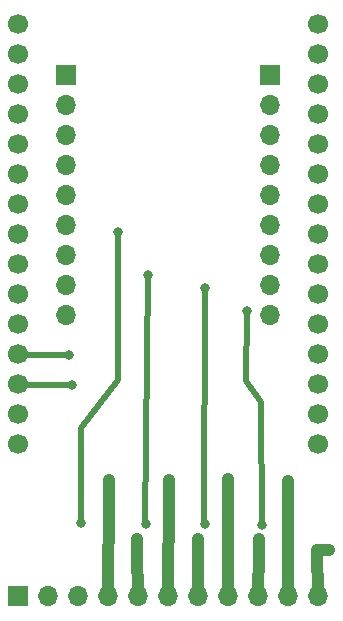
<source format=gbr>
G04 #@! TF.GenerationSoftware,KiCad,Pcbnew,(5.0.0)*
G04 #@! TF.CreationDate,2019-09-03T16:24:45-07:00*
G04 #@! TF.ProjectId,Sequence Controller,53657175656E636520436F6E74726F6C,rev?*
G04 #@! TF.SameCoordinates,Original*
G04 #@! TF.FileFunction,Copper,L2,Bot,Signal*
G04 #@! TF.FilePolarity,Positive*
%FSLAX46Y46*%
G04 Gerber Fmt 4.6, Leading zero omitted, Abs format (unit mm)*
G04 Created by KiCad (PCBNEW (5.0.0)) date 09/03/19 16:24:45*
%MOMM*%
%LPD*%
G01*
G04 APERTURE LIST*
G04 #@! TA.AperFunction,ComponentPad*
%ADD10C,1.700000*%
G04 #@! TD*
G04 #@! TA.AperFunction,ComponentPad*
%ADD11O,1.700000X1.700000*%
G04 #@! TD*
G04 #@! TA.AperFunction,ComponentPad*
%ADD12R,1.700000X1.700000*%
G04 #@! TD*
G04 #@! TA.AperFunction,ViaPad*
%ADD13C,0.800000*%
G04 #@! TD*
G04 #@! TA.AperFunction,Conductor*
%ADD14C,0.500000*%
G04 #@! TD*
G04 #@! TA.AperFunction,Conductor*
%ADD15C,1.000000*%
G04 #@! TD*
G04 APERTURE END LIST*
D10*
G04 #@! TO.P,U1,1*
G04 #@! TO.N,Net-(U1-Pad1)*
X112776000Y-75565000D03*
G04 #@! TO.P,U1,2*
G04 #@! TO.N,Net-(U1-Pad2)*
X112776000Y-78105000D03*
G04 #@! TO.P,U1,3*
G04 #@! TO.N,Net-(U1-Pad3)*
X112776000Y-80645000D03*
G04 #@! TO.P,U1,4*
G04 #@! TO.N,Net-(U1-Pad4)*
X112776000Y-83185000D03*
G04 #@! TO.P,U1,5*
G04 #@! TO.N,Net-(U1-Pad5)*
X112776000Y-85725000D03*
G04 #@! TO.P,U1,6*
G04 #@! TO.N,Net-(ExtOut1-Pad3)*
X112776000Y-88265000D03*
G04 #@! TO.P,U1,7*
G04 #@! TO.N,Net-(ExtOut1-Pad4)*
X112776000Y-90805000D03*
G04 #@! TO.P,U1,8*
G04 #@! TO.N,Net-(ExtOut1-Pad5)*
X112776000Y-93345000D03*
G04 #@! TO.P,U1,9*
G04 #@! TO.N,Net-(ExtOut1-Pad6)*
X112776000Y-95885000D03*
G04 #@! TO.P,U1,10*
G04 #@! TO.N,Net-(ExtOut1-Pad7)*
X112776000Y-98425000D03*
G04 #@! TO.P,U1,11*
G04 #@! TO.N,Net-(ExtOut1-Pad8)*
X112776000Y-100965000D03*
G04 #@! TO.P,U1,12*
G04 #@! TO.N,Net-(ExtOut1-Pad2)*
X112776000Y-103505000D03*
G04 #@! TO.P,U1,13*
G04 #@! TO.N,Net-(ExtOut1-Pad1)*
X112776000Y-106045000D03*
G04 #@! TO.P,U1,14*
G04 #@! TO.N,/GND*
X112776000Y-108585000D03*
G04 #@! TO.P,U1,15*
G04 #@! TO.N,Net-(J1-Pad1)*
X112776000Y-111125000D03*
G04 #@! TO.P,U1,16*
G04 #@! TO.N,Net-(U1-Pad16)*
X138176000Y-111125000D03*
G04 #@! TO.P,U1,17*
G04 #@! TO.N,/GND*
X138176000Y-108585000D03*
G04 #@! TO.P,U1,18*
G04 #@! TO.N,Net-(U1-Pad18)*
X138176000Y-106045000D03*
G04 #@! TO.P,U1,19*
G04 #@! TO.N,Net-(ExtIn1-Pad8)*
X138176000Y-103505000D03*
G04 #@! TO.P,U1,20*
G04 #@! TO.N,Net-(ExtIn1-Pad7)*
X138176000Y-100965000D03*
G04 #@! TO.P,U1,21*
G04 #@! TO.N,Net-(U1-Pad21)*
X138176000Y-98425000D03*
G04 #@! TO.P,U1,22*
G04 #@! TO.N,Net-(U1-Pad22)*
X138176000Y-95885000D03*
G04 #@! TO.P,U1,23*
G04 #@! TO.N,Net-(ExtIn1-Pad6)*
X138176000Y-93345000D03*
G04 #@! TO.P,U1,24*
G04 #@! TO.N,Net-(ExtIn1-Pad5)*
X138176000Y-90805000D03*
G04 #@! TO.P,U1,25*
G04 #@! TO.N,Net-(ExtIn1-Pad4)*
X138176000Y-88265000D03*
G04 #@! TO.P,U1,26*
G04 #@! TO.N,Net-(ExtIn1-Pad3)*
X138176000Y-85725000D03*
G04 #@! TO.P,U1,27*
G04 #@! TO.N,Net-(U1-Pad27)*
X138176000Y-83185000D03*
G04 #@! TO.P,U1,28*
G04 #@! TO.N,Net-(U1-Pad28)*
X138176000Y-80645000D03*
G04 #@! TO.P,U1,29*
G04 #@! TO.N,Net-(ExtIn1-Pad2)*
X138176000Y-78105000D03*
G04 #@! TO.P,U1,30*
G04 #@! TO.N,Net-(ExtIn1-Pad1)*
X138176000Y-75565000D03*
G04 #@! TD*
D11*
G04 #@! TO.P,ExtIn1,9*
G04 #@! TO.N,/GND*
X134112000Y-100140000D03*
G04 #@! TO.P,ExtIn1,8*
G04 #@! TO.N,Net-(ExtIn1-Pad8)*
X134112000Y-97600000D03*
G04 #@! TO.P,ExtIn1,7*
G04 #@! TO.N,Net-(ExtIn1-Pad7)*
X134112000Y-95060000D03*
G04 #@! TO.P,ExtIn1,6*
G04 #@! TO.N,Net-(ExtIn1-Pad6)*
X134112000Y-92520000D03*
G04 #@! TO.P,ExtIn1,5*
G04 #@! TO.N,Net-(ExtIn1-Pad5)*
X134112000Y-89980000D03*
G04 #@! TO.P,ExtIn1,4*
G04 #@! TO.N,Net-(ExtIn1-Pad4)*
X134112000Y-87440000D03*
G04 #@! TO.P,ExtIn1,3*
G04 #@! TO.N,Net-(ExtIn1-Pad3)*
X134112000Y-84900000D03*
G04 #@! TO.P,ExtIn1,2*
G04 #@! TO.N,Net-(ExtIn1-Pad2)*
X134112000Y-82360000D03*
D12*
G04 #@! TO.P,ExtIn1,1*
G04 #@! TO.N,Net-(ExtIn1-Pad1)*
X134112000Y-79820000D03*
G04 #@! TD*
G04 #@! TO.P,ExtOut1,1*
G04 #@! TO.N,Net-(ExtOut1-Pad1)*
X116820000Y-79820000D03*
D11*
G04 #@! TO.P,ExtOut1,2*
G04 #@! TO.N,Net-(ExtOut1-Pad2)*
X116820000Y-82360000D03*
G04 #@! TO.P,ExtOut1,3*
G04 #@! TO.N,Net-(ExtOut1-Pad3)*
X116820000Y-84900000D03*
G04 #@! TO.P,ExtOut1,4*
G04 #@! TO.N,Net-(ExtOut1-Pad4)*
X116820000Y-87440000D03*
G04 #@! TO.P,ExtOut1,5*
G04 #@! TO.N,Net-(ExtOut1-Pad5)*
X116820000Y-89980000D03*
G04 #@! TO.P,ExtOut1,6*
G04 #@! TO.N,Net-(ExtOut1-Pad6)*
X116820000Y-92520000D03*
G04 #@! TO.P,ExtOut1,7*
G04 #@! TO.N,Net-(ExtOut1-Pad7)*
X116820000Y-95060000D03*
G04 #@! TO.P,ExtOut1,8*
G04 #@! TO.N,Net-(ExtOut1-Pad8)*
X116820000Y-97600000D03*
G04 #@! TO.P,ExtOut1,9*
G04 #@! TO.N,/GND*
X116820000Y-100140000D03*
G04 #@! TD*
G04 #@! TO.P,J1,11*
G04 #@! TO.N,Net-(J1-Pad11)*
X138158220Y-123967240D03*
G04 #@! TO.P,J1,10*
G04 #@! TO.N,Net-(J1-Pad10)*
X135618220Y-123967240D03*
G04 #@! TO.P,J1,9*
G04 #@! TO.N,Net-(J1-Pad9)*
X133078220Y-123967240D03*
G04 #@! TO.P,J1,8*
G04 #@! TO.N,Net-(J1-Pad8)*
X130538220Y-123967240D03*
G04 #@! TO.P,J1,7*
G04 #@! TO.N,Net-(J1-Pad7)*
X127998220Y-123967240D03*
G04 #@! TO.P,J1,6*
G04 #@! TO.N,Net-(J1-Pad6)*
X125458220Y-123967240D03*
G04 #@! TO.P,J1,5*
G04 #@! TO.N,Net-(J1-Pad5)*
X122918220Y-123967240D03*
G04 #@! TO.P,J1,4*
G04 #@! TO.N,Net-(J1-Pad4)*
X120378220Y-123967240D03*
G04 #@! TO.P,J1,3*
G04 #@! TO.N,/GND*
X117838220Y-123967240D03*
G04 #@! TO.P,J1,2*
X115298220Y-123967240D03*
D12*
G04 #@! TO.P,J1,1*
G04 #@! TO.N,Net-(J1-Pad1)*
X112758220Y-123967240D03*
G04 #@! TD*
D13*
G04 #@! TO.N,Net-(ExtIn1-Pad8)*
X133357620Y-117955060D03*
X132102860Y-99783900D03*
G04 #@! TO.N,Net-(ExtIn1-Pad6)*
X128534160Y-117878860D03*
X128562100Y-97914460D03*
G04 #@! TO.N,Net-(ExtIn1-Pad4)*
X123750000Y-96750000D03*
X123537980Y-117822980D03*
G04 #@! TO.N,Net-(ExtIn1-Pad2)*
X118099840Y-117764560D03*
X121241820Y-93174820D03*
G04 #@! TO.N,Net-(ExtOut1-Pad1)*
X117330000Y-106060000D03*
G04 #@! TO.N,Net-(ExtOut1-Pad2)*
X117050000Y-103540000D03*
G04 #@! TO.N,Net-(J1-Pad4)*
X120436640Y-114137440D03*
X120436640Y-115171220D03*
G04 #@! TO.N,Net-(J1-Pad5)*
X122829320Y-119105680D03*
X122829320Y-120139460D03*
G04 #@! TO.N,Net-(J1-Pad6)*
X125541400Y-115104520D03*
X125564900Y-114142520D03*
G04 #@! TO.N,Net-(J1-Pad7)*
X127960120Y-119105680D03*
X127977900Y-120157240D03*
G04 #@! TO.N,Net-(J1-Pad8)*
X130525520Y-114061240D03*
X130505200Y-115115340D03*
G04 #@! TO.N,Net-(J1-Pad11)*
X138066780Y-120063260D03*
X139062460Y-120063260D03*
G04 #@! TO.N,Net-(J1-Pad10)*
X135577580Y-115326160D03*
X135595360Y-114180620D03*
G04 #@! TO.N,Net-(J1-Pad9)*
X133126480Y-119143780D03*
X133126480Y-120119140D03*
G04 #@! TD*
D14*
G04 #@! TO.N,Net-(ExtIn1-Pad8)*
X133352540Y-107518200D02*
X133357620Y-117955060D01*
X132069840Y-105791000D02*
X133352540Y-107518200D01*
X132102860Y-99783900D02*
X132069840Y-105791000D01*
G04 #@! TO.N,Net-(ExtIn1-Pad6)*
X128513840Y-117894100D02*
X128562100Y-97914460D01*
G04 #@! TO.N,Net-(ExtIn1-Pad4)*
X123517660Y-117817900D02*
X123750000Y-96750000D01*
G04 #@! TO.N,Net-(ExtIn1-Pad2)*
X118076980Y-109715300D02*
X118099840Y-117764560D01*
X121241820Y-93174820D02*
X121241820Y-105699560D01*
X121241820Y-105699560D02*
X118076980Y-109715300D01*
G04 #@! TO.N,Net-(ExtOut1-Pad1)*
X112760001Y-106070001D02*
X117330000Y-106060000D01*
G04 #@! TO.N,Net-(ExtOut1-Pad2)*
X112760001Y-103530001D02*
X117050000Y-103540000D01*
D15*
G04 #@! TO.N,Net-(J1-Pad4)*
X120378220Y-123967240D02*
X120436640Y-115171220D01*
X120436640Y-115171220D02*
X120436640Y-114137440D01*
G04 #@! TO.N,Net-(J1-Pad5)*
X122918220Y-123967240D02*
X122829320Y-120139460D01*
X122829320Y-120139460D02*
X122829320Y-119105680D01*
G04 #@! TO.N,Net-(J1-Pad6)*
X125458220Y-123967240D02*
X125541400Y-115104520D01*
X125564900Y-114142520D02*
X125541400Y-115104520D01*
G04 #@! TO.N,Net-(J1-Pad7)*
X127998220Y-123967240D02*
X127977900Y-120157240D01*
X127977900Y-120157240D02*
X127960120Y-119105680D01*
G04 #@! TO.N,Net-(J1-Pad8)*
X130538220Y-123967240D02*
X130505200Y-115115340D01*
X130505200Y-115115340D02*
X130525520Y-114061240D01*
G04 #@! TO.N,Net-(J1-Pad11)*
X138158220Y-123967240D02*
X138066780Y-120063260D01*
X138066780Y-120063260D02*
X139062460Y-120063260D01*
G04 #@! TO.N,Net-(J1-Pad10)*
X135618220Y-123967240D02*
X135577580Y-115326160D01*
X135577580Y-115326160D02*
X135595360Y-114180620D01*
G04 #@! TO.N,Net-(J1-Pad9)*
X133078220Y-123967240D02*
X133126480Y-120119140D01*
X133126480Y-120119140D02*
X133126480Y-119143780D01*
G04 #@! TD*
M02*

</source>
